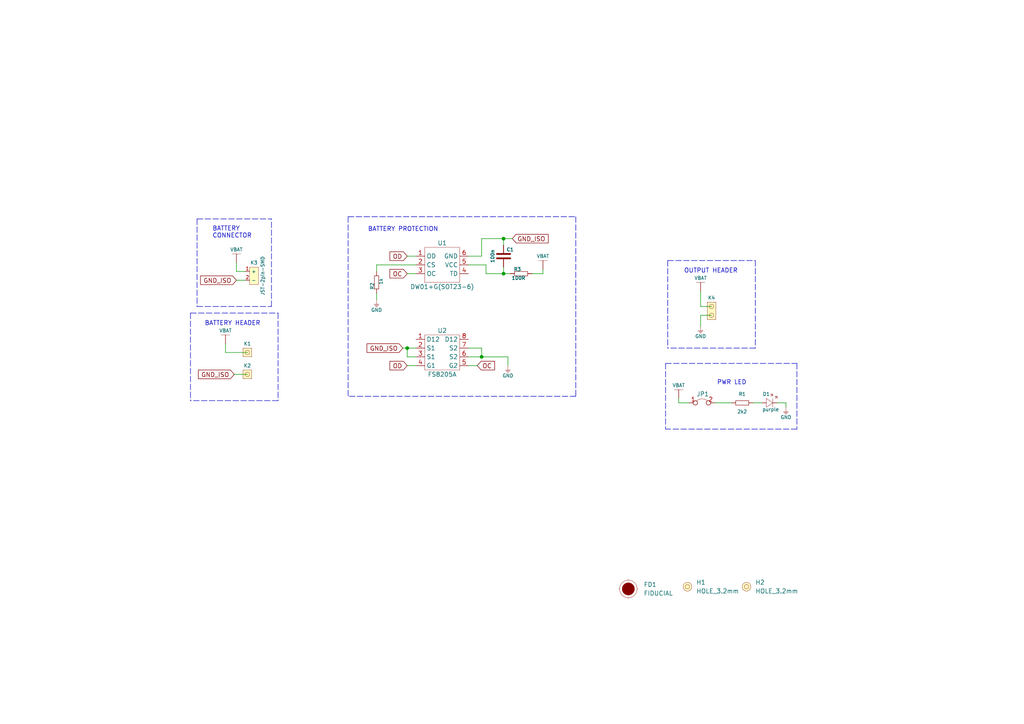
<source format=kicad_sch>
(kicad_sch (version 20211123) (generator eeschema)

  (uuid bf30e633-4510-47d8-b7fd-9a5b3b6dff2f)

  (paper "A4")

  (title_block
    (title "1S Li-Ion battery protection")
    (date "2022-07-26")
    (rev "V1.0.0.")
    (company "SOLDERED")
    (comment 1 "333049")
  )

  (lib_symbols
    (symbol "e-radionica.com schematics:0402LED" (pin_numbers hide) (pin_names (offset 0.254) hide) (in_bom yes) (on_board yes)
      (property "Reference" "D" (id 0) (at -0.635 2.54 0)
        (effects (font (size 1 1)))
      )
      (property "Value" "0402LED" (id 1) (at 0 -2.54 0)
        (effects (font (size 1 1)))
      )
      (property "Footprint" "e-radionica.com footprinti:0402LED" (id 2) (at 0 5.08 0)
        (effects (font (size 1 1)) hide)
      )
      (property "Datasheet" "" (id 3) (at 0 0 0)
        (effects (font (size 1 1)) hide)
      )
      (symbol "0402LED_0_1"
        (polyline
          (pts
            (xy -0.635 1.27)
            (xy 1.27 0)
          )
          (stroke (width 0.0006) (type default) (color 0 0 0 0))
          (fill (type none))
        )
        (polyline
          (pts
            (xy 0.635 1.905)
            (xy 1.27 2.54)
          )
          (stroke (width 0.0006) (type default) (color 0 0 0 0))
          (fill (type none))
        )
        (polyline
          (pts
            (xy 1.27 1.27)
            (xy 1.27 -1.27)
          )
          (stroke (width 0.0006) (type default) (color 0 0 0 0))
          (fill (type none))
        )
        (polyline
          (pts
            (xy 1.905 1.27)
            (xy 2.54 1.905)
          )
          (stroke (width 0.0006) (type default) (color 0 0 0 0))
          (fill (type none))
        )
        (polyline
          (pts
            (xy -0.635 1.27)
            (xy -0.635 -1.27)
            (xy 1.27 0)
          )
          (stroke (width 0.0006) (type default) (color 0 0 0 0))
          (fill (type none))
        )
        (polyline
          (pts
            (xy 1.27 2.54)
            (xy 0.635 2.54)
            (xy 1.27 1.905)
            (xy 1.27 2.54)
          )
          (stroke (width 0.0006) (type default) (color 0 0 0 0))
          (fill (type none))
        )
        (polyline
          (pts
            (xy 2.54 1.905)
            (xy 1.905 1.905)
            (xy 2.54 1.27)
            (xy 2.54 1.905)
          )
          (stroke (width 0.0006) (type default) (color 0 0 0 0))
          (fill (type none))
        )
      )
      (symbol "0402LED_1_1"
        (pin passive line (at -1.905 0 0) (length 1.27)
          (name "A" (effects (font (size 1.27 1.27))))
          (number "1" (effects (font (size 1.27 1.27))))
        )
        (pin passive line (at 2.54 0 180) (length 1.27)
          (name "K" (effects (font (size 1.27 1.27))))
          (number "2" (effects (font (size 1.27 1.27))))
        )
      )
    )
    (symbol "e-radionica.com schematics:0402R" (pin_numbers hide) (pin_names (offset 0.254)) (in_bom yes) (on_board yes)
      (property "Reference" "R" (id 0) (at -1.905 1.27 0)
        (effects (font (size 1 1)))
      )
      (property "Value" "0402R" (id 1) (at 0 -1.27 0)
        (effects (font (size 1 1)))
      )
      (property "Footprint" "e-radionica.com footprinti:0402R" (id 2) (at -2.54 1.905 0)
        (effects (font (size 1 1)) hide)
      )
      (property "Datasheet" "" (id 3) (at -2.54 1.905 0)
        (effects (font (size 1 1)) hide)
      )
      (symbol "0402R_0_1"
        (rectangle (start -1.905 -0.635) (end 1.905 -0.6604)
          (stroke (width 0.1) (type default) (color 0 0 0 0))
          (fill (type none))
        )
        (rectangle (start -1.905 0.635) (end -1.8796 -0.635)
          (stroke (width 0.1) (type default) (color 0 0 0 0))
          (fill (type none))
        )
        (rectangle (start -1.905 0.635) (end 1.905 0.6096)
          (stroke (width 0.1) (type default) (color 0 0 0 0))
          (fill (type none))
        )
        (rectangle (start 1.905 0.635) (end 1.9304 -0.635)
          (stroke (width 0.1) (type default) (color 0 0 0 0))
          (fill (type none))
        )
      )
      (symbol "0402R_1_1"
        (pin passive line (at -3.175 0 0) (length 1.27)
          (name "~" (effects (font (size 1.27 1.27))))
          (number "1" (effects (font (size 1.27 1.27))))
        )
        (pin passive line (at 3.175 0 180) (length 1.27)
          (name "~" (effects (font (size 1.27 1.27))))
          (number "2" (effects (font (size 1.27 1.27))))
        )
      )
    )
    (symbol "e-radionica.com schematics:0603C" (pin_numbers hide) (pin_names (offset 0.002)) (in_bom yes) (on_board yes)
      (property "Reference" "C" (id 0) (at -0.635 3.175 0)
        (effects (font (size 1 1)))
      )
      (property "Value" "0603C" (id 1) (at 0 -3.175 0)
        (effects (font (size 1 1)))
      )
      (property "Footprint" "e-radionica.com footprinti:0603C" (id 2) (at 0 0 0)
        (effects (font (size 1 1)) hide)
      )
      (property "Datasheet" "" (id 3) (at 0 0 0)
        (effects (font (size 1 1)) hide)
      )
      (symbol "0603C_0_1"
        (polyline
          (pts
            (xy -0.635 1.905)
            (xy -0.635 -1.905)
          )
          (stroke (width 0.5) (type default) (color 0 0 0 0))
          (fill (type none))
        )
        (polyline
          (pts
            (xy 0.635 1.905)
            (xy 0.635 -1.905)
          )
          (stroke (width 0.5) (type default) (color 0 0 0 0))
          (fill (type none))
        )
      )
      (symbol "0603C_1_1"
        (pin passive line (at -3.175 0 0) (length 2.54)
          (name "~" (effects (font (size 1.27 1.27))))
          (number "1" (effects (font (size 1.27 1.27))))
        )
        (pin passive line (at 3.175 0 180) (length 2.54)
          (name "~" (effects (font (size 1.27 1.27))))
          (number "2" (effects (font (size 1.27 1.27))))
        )
      )
    )
    (symbol "e-radionica.com schematics:0603R" (pin_numbers hide) (pin_names (offset 0.254)) (in_bom yes) (on_board yes)
      (property "Reference" "R" (id 0) (at -1.905 1.905 0)
        (effects (font (size 1 1)))
      )
      (property "Value" "0603R" (id 1) (at 0 -1.905 0)
        (effects (font (size 1 1)))
      )
      (property "Footprint" "e-radionica.com footprinti:0603R" (id 2) (at -0.635 1.905 0)
        (effects (font (size 1 1)) hide)
      )
      (property "Datasheet" "" (id 3) (at -0.635 1.905 0)
        (effects (font (size 1 1)) hide)
      )
      (symbol "0603R_0_1"
        (rectangle (start -1.905 -0.635) (end 1.905 -0.6604)
          (stroke (width 0.1) (type default) (color 0 0 0 0))
          (fill (type none))
        )
        (rectangle (start -1.905 0.635) (end -1.8796 -0.635)
          (stroke (width 0.1) (type default) (color 0 0 0 0))
          (fill (type none))
        )
        (rectangle (start -1.905 0.635) (end 1.905 0.6096)
          (stroke (width 0.1) (type default) (color 0 0 0 0))
          (fill (type none))
        )
        (rectangle (start 1.905 0.635) (end 1.9304 -0.635)
          (stroke (width 0.1) (type default) (color 0 0 0 0))
          (fill (type none))
        )
      )
      (symbol "0603R_1_1"
        (pin passive line (at -3.175 0 0) (length 1.27)
          (name "~" (effects (font (size 1.27 1.27))))
          (number "1" (effects (font (size 1.27 1.27))))
        )
        (pin passive line (at 3.175 0 180) (length 1.27)
          (name "~" (effects (font (size 1.27 1.27))))
          (number "2" (effects (font (size 1.27 1.27))))
        )
      )
    )
    (symbol "e-radionica.com schematics:DW01-P(SOT23-6)" (in_bom yes) (on_board yes)
      (property "Reference" "U" (id 0) (at 0 8.89 0)
        (effects (font (size 1.27 1.27)))
      )
      (property "Value" "DW01-P(SOT23-6)" (id 1) (at 0 -7.62 0)
        (effects (font (size 1.27 1.27)))
      )
      (property "Footprint" "e-radionica.com footprinti:Sot23-6" (id 2) (at -1.27 12.7 0)
        (effects (font (size 1.27 1.27)) hide)
      )
      (property "Datasheet" "" (id 3) (at -8.89 0 0)
        (effects (font (size 1.27 1.27)) hide)
      )
      (symbol "DW01-P(SOT23-6)_0_1"
        (rectangle (start -5.08 5.08) (end 5.08 -5.08)
          (stroke (width 0.0006) (type default) (color 0 0 0 0))
          (fill (type none))
        )
      )
      (symbol "DW01-P(SOT23-6)_1_1"
        (pin passive line (at -7.62 2.54 0) (length 2.54)
          (name "OD" (effects (font (size 1.27 1.27))))
          (number "1" (effects (font (size 1.27 1.27))))
        )
        (pin passive line (at -7.62 0 0) (length 2.54)
          (name "CS" (effects (font (size 1.27 1.27))))
          (number "2" (effects (font (size 1.27 1.27))))
        )
        (pin passive line (at -7.62 -2.54 0) (length 2.54)
          (name "OC" (effects (font (size 1.27 1.27))))
          (number "3" (effects (font (size 1.27 1.27))))
        )
        (pin passive line (at 7.62 -2.54 180) (length 2.54)
          (name "TD" (effects (font (size 1.27 1.27))))
          (number "4" (effects (font (size 1.27 1.27))))
        )
        (pin passive line (at 7.62 0 180) (length 2.54)
          (name "VCC" (effects (font (size 1.27 1.27))))
          (number "5" (effects (font (size 1.27 1.27))))
        )
        (pin passive line (at 7.62 2.54 180) (length 2.54)
          (name "GND" (effects (font (size 1.27 1.27))))
          (number "6" (effects (font (size 1.27 1.27))))
        )
      )
    )
    (symbol "e-radionica.com schematics:FIDUCIAL" (in_bom no) (on_board yes)
      (property "Reference" "FD" (id 0) (at 0 3.81 0)
        (effects (font (size 1.27 1.27)))
      )
      (property "Value" "FIDUCIAL" (id 1) (at 0 -3.81 0)
        (effects (font (size 1.27 1.27)))
      )
      (property "Footprint" "e-radionica.com footprinti:FIDUCIAL_23" (id 2) (at 0.254 -5.334 0)
        (effects (font (size 1.27 1.27)) hide)
      )
      (property "Datasheet" "" (id 3) (at 0 0 0)
        (effects (font (size 1.27 1.27)) hide)
      )
      (symbol "FIDUCIAL_0_1"
        (polyline
          (pts
            (xy -2.54 0)
            (xy -2.794 0)
          )
          (stroke (width 0.0006) (type default) (color 0 0 0 0))
          (fill (type none))
        )
        (polyline
          (pts
            (xy 0 -2.54)
            (xy 0 -2.794)
          )
          (stroke (width 0.0006) (type default) (color 0 0 0 0))
          (fill (type none))
        )
        (polyline
          (pts
            (xy 0 2.54)
            (xy 0 2.794)
          )
          (stroke (width 0.0006) (type default) (color 0 0 0 0))
          (fill (type none))
        )
        (polyline
          (pts
            (xy 2.54 0)
            (xy 2.794 0)
          )
          (stroke (width 0.0006) (type default) (color 0 0 0 0))
          (fill (type none))
        )
        (circle (center 0 0) (radius 1.7961)
          (stroke (width 0.001) (type default) (color 0 0 0 0))
          (fill (type outline))
        )
        (circle (center 0 0) (radius 2.54)
          (stroke (width 0.0006) (type default) (color 0 0 0 0))
          (fill (type none))
        )
      )
    )
    (symbol "e-radionica.com schematics:FS8205A" (in_bom yes) (on_board yes)
      (property "Reference" "U" (id 0) (at 0 7.62 0)
        (effects (font (size 1.27 1.27)))
      )
      (property "Value" "FS8205A" (id 1) (at 0 -6.35 0)
        (effects (font (size 1.27 1.27)))
      )
      (property "Footprint" "e-radionica.com footprinti:TSSOP8" (id 2) (at -5.08 0 0)
        (effects (font (size 1.27 1.27)) hide)
      )
      (property "Datasheet" "" (id 3) (at -5.08 0 0)
        (effects (font (size 1.27 1.27)) hide)
      )
      (symbol "FS8205A_0_1"
        (rectangle (start -5.08 5.08) (end 5.08 -5.08)
          (stroke (width 0.0006) (type default) (color 0 0 0 0))
          (fill (type none))
        )
      )
      (symbol "FS8205A_1_1"
        (pin passive line (at -7.62 3.81 0) (length 2.54)
          (name "D12" (effects (font (size 1.27 1.27))))
          (number "1" (effects (font (size 1.27 1.27))))
        )
        (pin passive line (at -7.62 1.27 0) (length 2.54)
          (name "S1" (effects (font (size 1.27 1.27))))
          (number "2" (effects (font (size 1.27 1.27))))
        )
        (pin passive line (at -7.62 -1.27 0) (length 2.54)
          (name "S1" (effects (font (size 1.27 1.27))))
          (number "3" (effects (font (size 1.27 1.27))))
        )
        (pin passive line (at -7.62 -3.81 0) (length 2.54)
          (name "G1" (effects (font (size 1.27 1.27))))
          (number "4" (effects (font (size 1.27 1.27))))
        )
        (pin passive line (at 7.62 -3.81 180) (length 2.54)
          (name "G2" (effects (font (size 1.27 1.27))))
          (number "5" (effects (font (size 1.27 1.27))))
        )
        (pin passive line (at 7.62 -1.27 180) (length 2.54)
          (name "S2" (effects (font (size 1.27 1.27))))
          (number "6" (effects (font (size 1.27 1.27))))
        )
        (pin passive line (at 7.62 1.27 180) (length 2.54)
          (name "S2" (effects (font (size 1.27 1.27))))
          (number "7" (effects (font (size 1.27 1.27))))
        )
        (pin passive line (at 7.62 3.81 180) (length 2.54)
          (name "D12" (effects (font (size 1.27 1.27))))
          (number "8" (effects (font (size 1.27 1.27))))
        )
      )
    )
    (symbol "e-radionica.com schematics:GND_1" (power) (pin_names (offset 0)) (in_bom yes) (on_board yes)
      (property "Reference" "#PWR" (id 0) (at 4.445 0 0)
        (effects (font (size 1 1)) hide)
      )
      (property "Value" "GND" (id 1) (at 0 -2.921 0)
        (effects (font (size 1 1)))
      )
      (property "Footprint" "" (id 2) (at 4.445 3.81 0)
        (effects (font (size 1 1)) hide)
      )
      (property "Datasheet" "" (id 3) (at 4.445 3.81 0)
        (effects (font (size 1 1)) hide)
      )
      (property "ki_keywords" "power-flag" (id 4) (at 0 0 0)
        (effects (font (size 1.27 1.27)) hide)
      )
      (property "ki_description" "Power symbol creates a global label with name \"+3V3\"" (id 5) (at 0 0 0)
        (effects (font (size 1.27 1.27)) hide)
      )
      (symbol "GND_1_0_1"
        (polyline
          (pts
            (xy -0.762 -1.27)
            (xy 0.762 -1.27)
          )
          (stroke (width 0.0006) (type default) (color 0 0 0 0))
          (fill (type none))
        )
        (polyline
          (pts
            (xy -0.635 -1.524)
            (xy 0.635 -1.524)
          )
          (stroke (width 0.0006) (type default) (color 0 0 0 0))
          (fill (type none))
        )
        (polyline
          (pts
            (xy -0.381 -1.778)
            (xy 0.381 -1.778)
          )
          (stroke (width 0.0006) (type default) (color 0 0 0 0))
          (fill (type none))
        )
        (polyline
          (pts
            (xy -0.127 -2.032)
            (xy 0.127 -2.032)
          )
          (stroke (width 0.0006) (type default) (color 0 0 0 0))
          (fill (type none))
        )
        (polyline
          (pts
            (xy 0 0)
            (xy 0 -1.27)
          )
          (stroke (width 0.0006) (type default) (color 0 0 0 0))
          (fill (type none))
        )
      )
      (symbol "GND_1_1_1"
        (pin power_in line (at 0 0 270) (length 0) hide
          (name "GND" (effects (font (size 1.27 1.27))))
          (number "1" (effects (font (size 1.27 1.27))))
        )
      )
    )
    (symbol "e-radionica.com schematics:GND_3" (power) (pin_names (offset 0)) (in_bom yes) (on_board yes)
      (property "Reference" "#PWR" (id 0) (at 4.445 0 0)
        (effects (font (size 1 1)) hide)
      )
      (property "Value" "GND" (id 1) (at 0 -2.921 0)
        (effects (font (size 1 1)))
      )
      (property "Footprint" "" (id 2) (at 4.445 3.81 0)
        (effects (font (size 1 1)) hide)
      )
      (property "Datasheet" "" (id 3) (at 4.445 3.81 0)
        (effects (font (size 1 1)) hide)
      )
      (property "ki_keywords" "power-flag" (id 4) (at 0 0 0)
        (effects (font (size 1.27 1.27)) hide)
      )
      (property "ki_description" "Power symbol creates a global label with name \"+3V3\"" (id 5) (at 0 0 0)
        (effects (font (size 1.27 1.27)) hide)
      )
      (symbol "GND_3_0_1"
        (polyline
          (pts
            (xy -0.762 -1.27)
            (xy 0.762 -1.27)
          )
          (stroke (width 0.0006) (type default) (color 0 0 0 0))
          (fill (type none))
        )
        (polyline
          (pts
            (xy -0.635 -1.524)
            (xy 0.635 -1.524)
          )
          (stroke (width 0.0006) (type default) (color 0 0 0 0))
          (fill (type none))
        )
        (polyline
          (pts
            (xy -0.381 -1.778)
            (xy 0.381 -1.778)
          )
          (stroke (width 0.0006) (type default) (color 0 0 0 0))
          (fill (type none))
        )
        (polyline
          (pts
            (xy -0.127 -2.032)
            (xy 0.127 -2.032)
          )
          (stroke (width 0.0006) (type default) (color 0 0 0 0))
          (fill (type none))
        )
        (polyline
          (pts
            (xy 0 0)
            (xy 0 -1.27)
          )
          (stroke (width 0.0006) (type default) (color 0 0 0 0))
          (fill (type none))
        )
      )
      (symbol "GND_3_1_1"
        (pin power_in line (at 0 0 270) (length 0) hide
          (name "GND" (effects (font (size 1.27 1.27))))
          (number "1" (effects (font (size 1.27 1.27))))
        )
      )
    )
    (symbol "e-radionica.com schematics:GND_8" (power) (pin_names (offset 0)) (in_bom yes) (on_board yes)
      (property "Reference" "#PWR" (id 0) (at 4.445 0 0)
        (effects (font (size 1 1)) hide)
      )
      (property "Value" "GND" (id 1) (at 0 -2.921 0)
        (effects (font (size 1 1)))
      )
      (property "Footprint" "" (id 2) (at 4.445 3.81 0)
        (effects (font (size 1 1)) hide)
      )
      (property "Datasheet" "" (id 3) (at 4.445 3.81 0)
        (effects (font (size 1 1)) hide)
      )
      (property "ki_keywords" "power-flag" (id 4) (at 0 0 0)
        (effects (font (size 1.27 1.27)) hide)
      )
      (property "ki_description" "Power symbol creates a global label with name \"+3V3\"" (id 5) (at 0 0 0)
        (effects (font (size 1.27 1.27)) hide)
      )
      (symbol "GND_8_0_1"
        (polyline
          (pts
            (xy -0.762 -1.27)
            (xy 0.762 -1.27)
          )
          (stroke (width 0.0006) (type default) (color 0 0 0 0))
          (fill (type none))
        )
        (polyline
          (pts
            (xy -0.635 -1.524)
            (xy 0.635 -1.524)
          )
          (stroke (width 0.0006) (type default) (color 0 0 0 0))
          (fill (type none))
        )
        (polyline
          (pts
            (xy -0.381 -1.778)
            (xy 0.381 -1.778)
          )
          (stroke (width 0.0006) (type default) (color 0 0 0 0))
          (fill (type none))
        )
        (polyline
          (pts
            (xy -0.127 -2.032)
            (xy 0.127 -2.032)
          )
          (stroke (width 0.0006) (type default) (color 0 0 0 0))
          (fill (type none))
        )
        (polyline
          (pts
            (xy 0 0)
            (xy 0 -1.27)
          )
          (stroke (width 0.0006) (type default) (color 0 0 0 0))
          (fill (type none))
        )
      )
      (symbol "GND_8_1_1"
        (pin power_in line (at 0 0 270) (length 0) hide
          (name "GND" (effects (font (size 1.27 1.27))))
          (number "1" (effects (font (size 1.27 1.27))))
        )
      )
    )
    (symbol "e-radionica.com schematics:HEADER_MALE_1X1" (pin_numbers hide) (pin_names hide) (in_bom yes) (on_board yes)
      (property "Reference" "K" (id 0) (at -0.635 2.54 0)
        (effects (font (size 1 1)))
      )
      (property "Value" "HEADER_MALE_1X1" (id 1) (at 0 -2.54 0)
        (effects (font (size 1 1)))
      )
      (property "Footprint" "e-radionica.com footprinti:HEADER_MALE_1X1" (id 2) (at 0 0 0)
        (effects (font (size 1 1)) hide)
      )
      (property "Datasheet" "" (id 3) (at 0 0 0)
        (effects (font (size 1 1)) hide)
      )
      (symbol "HEADER_MALE_1X1_0_1"
        (rectangle (start -1.27 1.27) (end 1.27 -1.27)
          (stroke (width 0.001) (type default) (color 0 0 0 0))
          (fill (type background))
        )
        (circle (center 0 0) (radius 0.635)
          (stroke (width 0.0006) (type default) (color 0 0 0 0))
          (fill (type none))
        )
      )
      (symbol "HEADER_MALE_1X1_1_1"
        (pin passive line (at 0 0 180) (length 0)
          (name "~" (effects (font (size 1 1))))
          (number "1" (effects (font (size 1 1))))
        )
      )
    )
    (symbol "e-radionica.com schematics:HEADER_MALE_2X1" (pin_numbers hide) (pin_names hide) (in_bom yes) (on_board yes)
      (property "Reference" "K" (id 0) (at -1.27 5.08 0)
        (effects (font (size 1 1)))
      )
      (property "Value" "HEADER_MALE_2X1" (id 1) (at 0 -2.54 0)
        (effects (font (size 1 1)))
      )
      (property "Footprint" "e-radionica.com footprinti:HEADER_MALE_2X1" (id 2) (at 0 0 0)
        (effects (font (size 1 1)) hide)
      )
      (property "Datasheet" "" (id 3) (at 0 0 0)
        (effects (font (size 1 1)) hide)
      )
      (symbol "HEADER_MALE_2X1_0_1"
        (circle (center 0 0) (radius 0.635)
          (stroke (width 0.0006) (type default) (color 0 0 0 0))
          (fill (type none))
        )
        (circle (center 0 2.54) (radius 0.635)
          (stroke (width 0.0006) (type default) (color 0 0 0 0))
          (fill (type none))
        )
        (rectangle (start 1.27 -1.27) (end -1.27 3.81)
          (stroke (width 0.001) (type default) (color 0 0 0 0))
          (fill (type background))
        )
      )
      (symbol "HEADER_MALE_2X1_1_1"
        (pin passive line (at 0 0 180) (length 0)
          (name "~" (effects (font (size 1 1))))
          (number "1" (effects (font (size 1 1))))
        )
        (pin passive line (at 0 2.54 180) (length 0)
          (name "~" (effects (font (size 1 1))))
          (number "2" (effects (font (size 1 1))))
        )
      )
    )
    (symbol "e-radionica.com schematics:HOLE_3.2mm" (pin_numbers hide) (pin_names hide) (in_bom yes) (on_board yes)
      (property "Reference" "H" (id 0) (at 0 2.54 0)
        (effects (font (size 1.27 1.27)))
      )
      (property "Value" "HOLE_3.2mm" (id 1) (at 0 -2.54 0)
        (effects (font (size 1.27 1.27)))
      )
      (property "Footprint" "e-radionica.com footprinti:HOLE_3.2mm" (id 2) (at 0 0 0)
        (effects (font (size 1.27 1.27)) hide)
      )
      (property "Datasheet" "" (id 3) (at 0 0 0)
        (effects (font (size 1.27 1.27)) hide)
      )
      (symbol "HOLE_3.2mm_0_1"
        (circle (center 0 0) (radius 0.635)
          (stroke (width 0.0006) (type default) (color 0 0 0 0))
          (fill (type none))
        )
        (circle (center 0 0) (radius 1.27)
          (stroke (width 0.001) (type default) (color 0 0 0 0))
          (fill (type background))
        )
      )
    )
    (symbol "e-radionica.com schematics:JST-2pin-SMD" (in_bom yes) (on_board yes)
      (property "Reference" "K" (id 0) (at -1.27 5.08 0)
        (effects (font (size 1 1)))
      )
      (property "Value" "JST-2pin-SMD" (id 1) (at 0 -2.54 0)
        (effects (font (size 1 1)))
      )
      (property "Footprint" "e-radionica.com footprinti:JST-2pin-SMD" (id 2) (at 0 0 0)
        (effects (font (size 1 1)) hide)
      )
      (property "Datasheet" "" (id 3) (at 0 0 0)
        (effects (font (size 1 1)) hide)
      )
      (symbol "JST-2pin-SMD_0_1"
        (rectangle (start -2.54 3.81) (end 0 -1.27)
          (stroke (width 0.001) (type default) (color 0 0 0 0))
          (fill (type background))
        )
      )
      (symbol "JST-2pin-SMD_1_1"
        (pin passive line (at 1.27 0 180) (length 1.27)
          (name "+" (effects (font (size 1 1))))
          (number "1" (effects (font (size 1 1))))
        )
        (pin passive line (at 1.27 2.54 180) (length 1.27)
          (name "-" (effects (font (size 1 1))))
          (number "2" (effects (font (size 1 1))))
        )
      )
    )
    (symbol "e-radionica.com schematics:SMD-JUMPER-CONNECTED_TRACE_SLODERMASK" (in_bom yes) (on_board yes)
      (property "Reference" "JP" (id 0) (at 0 3.556 0)
        (effects (font (size 1.27 1.27)))
      )
      (property "Value" "SMD-JUMPER-CONNECTED_TRACE_SLODERMASK" (id 1) (at 0 -2.54 0)
        (effects (font (size 1.27 1.27)))
      )
      (property "Footprint" "e-radionica.com footprinti:SMD-JUMPER-CONNECTED_TRACE_SLODERMASK" (id 2) (at 0 -5.715 0)
        (effects (font (size 1.27 1.27)) hide)
      )
      (property "Datasheet" "" (id 3) (at 0 0 0)
        (effects (font (size 1.27 1.27)) hide)
      )
      (symbol "SMD-JUMPER-CONNECTED_TRACE_SLODERMASK_0_1"
        (arc (start 1.397 0.5842) (mid -0.2077 1.1365) (end -1.8034 0.5588)
          (stroke (width 0.0006) (type default) (color 0 0 0 0))
          (fill (type none))
        )
      )
      (symbol "SMD-JUMPER-CONNECTED_TRACE_SLODERMASK_1_1"
        (pin passive inverted (at -4.064 0 0) (length 2.54)
          (name "" (effects (font (size 1.27 1.27))))
          (number "1" (effects (font (size 1.27 1.27))))
        )
        (pin passive inverted (at 3.556 0 180) (length 2.54)
          (name "" (effects (font (size 1.27 1.27))))
          (number "2" (effects (font (size 1.27 1.27))))
        )
      )
    )
    (symbol "e-radionica.com schematics:VBAT" (power) (pin_names (offset 0)) (in_bom yes) (on_board yes)
      (property "Reference" "#PWR" (id 0) (at 4.445 0 0)
        (effects (font (size 1 1)) hide)
      )
      (property "Value" "VBAT" (id 1) (at 0 3.556 0)
        (effects (font (size 1 1)))
      )
      (property "Footprint" "" (id 2) (at 4.445 3.81 0)
        (effects (font (size 1 1)) hide)
      )
      (property "Datasheet" "" (id 3) (at 4.445 3.81 0)
        (effects (font (size 1 1)) hide)
      )
      (property "ki_keywords" "power-flag" (id 4) (at 0 0 0)
        (effects (font (size 1.27 1.27)) hide)
      )
      (property "ki_description" "Power symbol creates a global label with name \"+3V3\"" (id 5) (at 0 0 0)
        (effects (font (size 1.27 1.27)) hide)
      )
      (symbol "VBAT_0_1"
        (polyline
          (pts
            (xy -1.27 2.54)
            (xy 1.27 2.54)
          )
          (stroke (width 0.0006) (type default) (color 0 0 0 0))
          (fill (type none))
        )
        (polyline
          (pts
            (xy 0 0)
            (xy 0 2.54)
          )
          (stroke (width 0) (type default) (color 0 0 0 0))
          (fill (type none))
        )
      )
      (symbol "VBAT_1_1"
        (pin power_in line (at 0 0 90) (length 0) hide
          (name "VBAT" (effects (font (size 1.27 1.27))))
          (number "1" (effects (font (size 1.27 1.27))))
        )
      )
    )
  )

  (junction (at 146.05 69.215) (diameter 0.9144) (color 0 0 0 0)
    (uuid 182b2d54-931d-49d6-9f39-60a752623e36)
  )
  (junction (at 146.05 79.375) (diameter 0.9144) (color 0 0 0 0)
    (uuid 5114c7bf-b955-49f3-a0a8-4b954c81bde0)
  )
  (junction (at 118.11 100.965) (diameter 0.9144) (color 0 0 0 0)
    (uuid a17904b9-135e-4dae-ae20-401c7787de72)
  )
  (junction (at 139.7 103.505) (diameter 0.9144) (color 0 0 0 0)
    (uuid f202141e-c20d-4cac-b016-06a44f2ecce8)
  )

  (wire (pts (xy 109.22 76.835) (xy 109.22 78.74))
    (stroke (width 0) (type solid) (color 0 0 0 0))
    (uuid 057b59d6-27f4-49c6-a0a3-acca6961f260)
  )
  (wire (pts (xy 147.32 103.505) (xy 147.32 106.045))
    (stroke (width 0) (type solid) (color 0 0 0 0))
    (uuid 0bfbd656-822b-405f-a9c1-30a1130e1757)
  )
  (wire (pts (xy 146.05 79.375) (xy 147.955 79.375))
    (stroke (width 0) (type solid) (color 0 0 0 0))
    (uuid 0f7909d7-3aec-4c59-b5f6-c914d032531e)
  )
  (polyline (pts (xy 57.15 63.5) (xy 78.74 63.5))
    (stroke (width 0) (type dash) (color 0 0 0 0))
    (uuid 10f78b1e-44c7-4965-9dc4-a4b973400d5e)
  )
  (polyline (pts (xy 80.645 116.205) (xy 55.245 116.205))
    (stroke (width 0) (type dash) (color 0 0 0 0))
    (uuid 11ad0e17-652d-4f09-8162-a2e9063add17)
  )
  (polyline (pts (xy 57.15 63.5) (xy 57.15 88.9))
    (stroke (width 0) (type dash) (color 0 0 0 0))
    (uuid 23c995de-bab5-409d-b9ce-b190d637b03d)
  )

  (wire (pts (xy 71.755 102.235) (xy 65.405 102.235))
    (stroke (width 0) (type solid) (color 0 0 0 0))
    (uuid 2415a787-a932-4bfe-85c0-be0c438e6103)
  )
  (polyline (pts (xy 219.075 100.965) (xy 193.675 100.965))
    (stroke (width 0) (type dash) (color 0 0 0 0))
    (uuid 253ca3a7-f388-4d6e-acc8-4ef72dc395f8)
  )

  (wire (pts (xy 203.2 91.44) (xy 203.2 94.615))
    (stroke (width 0) (type solid) (color 0 0 0 0))
    (uuid 30264219-b2f3-4101-a8c9-52bcddc65508)
  )
  (wire (pts (xy 206.375 91.44) (xy 203.2 91.44))
    (stroke (width 0) (type solid) (color 0 0 0 0))
    (uuid 32828545-333a-483b-8e7a-93810bfad085)
  )
  (wire (pts (xy 203.2 84.455) (xy 203.2 88.9))
    (stroke (width 0) (type solid) (color 0 0 0 0))
    (uuid 348311c2-9828-4605-b287-57866b81f307)
  )
  (wire (pts (xy 118.11 79.375) (xy 120.65 79.375))
    (stroke (width 0) (type solid) (color 0 0 0 0))
    (uuid 35bc5539-0197-4eee-8464-d9e1359ccccb)
  )
  (wire (pts (xy 135.89 106.045) (xy 138.43 106.045))
    (stroke (width 0) (type solid) (color 0 0 0 0))
    (uuid 37a55359-086f-427a-95de-f86660d6f150)
  )
  (wire (pts (xy 118.11 103.505) (xy 118.11 100.965))
    (stroke (width 0) (type solid) (color 0 0 0 0))
    (uuid 3a605cab-c9e3-48ba-94f1-f819a6f6e24a)
  )
  (wire (pts (xy 68.58 78.74) (xy 68.58 76.2))
    (stroke (width 0) (type solid) (color 0 0 0 0))
    (uuid 3a9d385f-51a4-4ecc-bafe-6de6a62c123e)
  )
  (polyline (pts (xy 55.245 90.805) (xy 80.645 90.805))
    (stroke (width 0) (type dash) (color 0 0 0 0))
    (uuid 3b6fe5e7-2dc0-42bf-8f7b-17b79e7fff47)
  )
  (polyline (pts (xy 193.675 75.565) (xy 193.675 100.965))
    (stroke (width 0) (type dash) (color 0 0 0 0))
    (uuid 485b59a5-9adb-46db-b60f-2a4bfe99940e)
  )

  (wire (pts (xy 227.965 116.84) (xy 227.965 118.11))
    (stroke (width 0) (type solid) (color 0 0 0 0))
    (uuid 4c23db63-c4cb-4587-9a17-46b7a0e7c3e2)
  )
  (wire (pts (xy 227.965 116.84) (xy 225.425 116.84))
    (stroke (width 0) (type solid) (color 0 0 0 0))
    (uuid 4d1dc8db-6156-400a-a1e0-9defaf76fb3e)
  )
  (wire (pts (xy 120.65 103.505) (xy 118.11 103.505))
    (stroke (width 0) (type solid) (color 0 0 0 0))
    (uuid 52052ed7-084c-40f4-8ac3-22cc207ce4ca)
  )
  (wire (pts (xy 118.11 74.295) (xy 120.65 74.295))
    (stroke (width 0) (type solid) (color 0 0 0 0))
    (uuid 58ae0d9d-7de7-4bf5-9c22-83675440e65d)
  )
  (wire (pts (xy 71.12 78.74) (xy 68.58 78.74))
    (stroke (width 0) (type solid) (color 0 0 0 0))
    (uuid 6043001a-6b06-4037-9910-d3e6ad4df099)
  )
  (wire (pts (xy 154.305 79.375) (xy 157.48 79.375))
    (stroke (width 0) (type solid) (color 0 0 0 0))
    (uuid 654ea0e6-ab3f-4aad-8b32-b81f89314be4)
  )
  (wire (pts (xy 196.85 116.84) (xy 196.85 115.57))
    (stroke (width 0) (type solid) (color 0 0 0 0))
    (uuid 6acdba68-9b26-4493-8fcc-a24cc1ffe003)
  )
  (polyline (pts (xy 78.74 88.9) (xy 78.74 63.5))
    (stroke (width 0) (type dash) (color 0 0 0 0))
    (uuid 715c9510-1ab1-4858-84ac-26c4ef11880c)
  )

  (wire (pts (xy 65.405 102.235) (xy 65.405 99.695))
    (stroke (width 0) (type solid) (color 0 0 0 0))
    (uuid 7267156e-fa95-4af0-97ae-981a37ae77be)
  )
  (wire (pts (xy 196.85 116.84) (xy 199.771 116.84))
    (stroke (width 0) (type solid) (color 0 0 0 0))
    (uuid 7887e6ca-d1a2-4fbe-8dc0-3d4bc0d54fe3)
  )
  (wire (pts (xy 139.7 100.965) (xy 139.7 103.505))
    (stroke (width 0) (type solid) (color 0 0 0 0))
    (uuid 7c6503ed-7832-4e49-a6dc-68024aab3c3d)
  )
  (wire (pts (xy 206.375 88.9) (xy 203.2 88.9))
    (stroke (width 0) (type solid) (color 0 0 0 0))
    (uuid 7d2f4220-ca71-4190-8ec5-5b568543bdf2)
  )
  (wire (pts (xy 157.48 79.375) (xy 157.48 78.105))
    (stroke (width 0) (type solid) (color 0 0 0 0))
    (uuid 862ddc86-2917-42a1-9364-a970da270486)
  )
  (wire (pts (xy 135.89 74.295) (xy 139.7 74.295))
    (stroke (width 0) (type solid) (color 0 0 0 0))
    (uuid 86c8dc20-2690-4814-a2fb-96a8282cf35f)
  )
  (wire (pts (xy 218.44 116.84) (xy 220.98 116.84))
    (stroke (width 0) (type solid) (color 0 0 0 0))
    (uuid 8c5c4d6c-7c49-4291-96d8-19dc60ee64bf)
  )
  (polyline (pts (xy 55.245 90.805) (xy 55.245 116.205))
    (stroke (width 0) (type dash) (color 0 0 0 0))
    (uuid 8c759b51-e2f7-4eb8-a9da-fa1ffafe9e4c)
  )

  (wire (pts (xy 146.05 69.215) (xy 146.05 71.12))
    (stroke (width 0) (type solid) (color 0 0 0 0))
    (uuid 9cb5e8e1-d5a7-4370-97bf-216cb622ff5b)
  )
  (wire (pts (xy 207.391 116.84) (xy 212.09 116.84))
    (stroke (width 0) (type solid) (color 0 0 0 0))
    (uuid 9ce7f709-3b98-4ea9-8355-8bb235959e45)
  )
  (wire (pts (xy 146.05 69.215) (xy 148.59 69.215))
    (stroke (width 0) (type solid) (color 0 0 0 0))
    (uuid a0b3d170-0e04-424b-b763-20abb40c61e2)
  )
  (polyline (pts (xy 80.645 90.805) (xy 80.645 116.205))
    (stroke (width 0) (type dash) (color 0 0 0 0))
    (uuid a64fda93-45c4-4256-9ea4-2abdb7c4a78c)
  )
  (polyline (pts (xy 193.675 75.565) (xy 219.075 75.565))
    (stroke (width 0) (type dash) (color 0 0 0 0))
    (uuid adad8d24-92bb-485e-84cd-d7691403a42b)
  )

  (wire (pts (xy 109.22 85.09) (xy 109.22 86.995))
    (stroke (width 0) (type solid) (color 0 0 0 0))
    (uuid afe73301-5d26-45d9-a28e-43ec20ec9755)
  )
  (wire (pts (xy 140.97 79.375) (xy 146.05 79.375))
    (stroke (width 0) (type solid) (color 0 0 0 0))
    (uuid b086b109-d34d-44b6-b1af-42fa188ef9d5)
  )
  (polyline (pts (xy 57.15 88.9) (xy 78.74 88.9))
    (stroke (width 0) (type dash) (color 0 0 0 0))
    (uuid b675c978-970f-4f10-aad3-553054be6bab)
  )

  (wire (pts (xy 67.945 108.585) (xy 71.755 108.585))
    (stroke (width 0) (type solid) (color 0 0 0 0))
    (uuid b8bc0b64-50ed-49fa-8e42-c8a040c74a94)
  )
  (polyline (pts (xy 193.04 105.41) (xy 231.14 105.41))
    (stroke (width 0) (type dash) (color 0 0 0 0))
    (uuid c15fb5f5-25f7-4097-aaca-945e4c14b91e)
  )

  (wire (pts (xy 120.65 76.835) (xy 109.22 76.835))
    (stroke (width 0) (type solid) (color 0 0 0 0))
    (uuid c38630b9-111f-4cfb-991d-4175c3efddc9)
  )
  (wire (pts (xy 139.7 103.505) (xy 147.32 103.505))
    (stroke (width 0) (type solid) (color 0 0 0 0))
    (uuid c5c25f73-5d12-4aec-b402-6fadda5b1bdb)
  )
  (polyline (pts (xy 231.14 105.41) (xy 231.14 124.46))
    (stroke (width 0) (type dash) (color 0 0 0 0))
    (uuid c647744c-00b8-4179-9009-76519e5152f0)
  )
  (polyline (pts (xy 231.14 124.46) (xy 193.04 124.46))
    (stroke (width 0) (type dash) (color 0 0 0 0))
    (uuid c8c03d59-6416-48c7-9db7-bbca9b56d959)
  )

  (wire (pts (xy 139.7 74.295) (xy 139.7 69.215))
    (stroke (width 0) (type solid) (color 0 0 0 0))
    (uuid cb27c95a-7b79-40fc-ad6e-c09079d48a80)
  )
  (wire (pts (xy 118.11 100.965) (xy 120.65 100.965))
    (stroke (width 0) (type solid) (color 0 0 0 0))
    (uuid cc71374e-2638-4f1d-a998-45d17dfc41a6)
  )
  (wire (pts (xy 118.11 100.965) (xy 116.84 100.965))
    (stroke (width 0) (type solid) (color 0 0 0 0))
    (uuid cf63fccd-1061-4dad-983e-55c147c37af2)
  )
  (wire (pts (xy 135.89 76.835) (xy 140.97 76.835))
    (stroke (width 0) (type solid) (color 0 0 0 0))
    (uuid cfc6c2f0-fb06-4df7-ab6a-e5f922fba9a2)
  )
  (polyline (pts (xy 193.04 105.41) (xy 193.04 124.46))
    (stroke (width 0) (type dash) (color 0 0 0 0))
    (uuid d04eed91-aa92-4760-a2db-2d749fd0e6a3)
  )

  (wire (pts (xy 140.97 76.835) (xy 140.97 79.375))
    (stroke (width 0) (type solid) (color 0 0 0 0))
    (uuid d9028173-0773-4478-bf6b-376167eaa5d1)
  )
  (wire (pts (xy 139.7 69.215) (xy 146.05 69.215))
    (stroke (width 0) (type solid) (color 0 0 0 0))
    (uuid dd9c1cd9-8ac6-4620-9d8f-b3f8f046e406)
  )
  (wire (pts (xy 135.89 103.505) (xy 139.7 103.505))
    (stroke (width 0) (type solid) (color 0 0 0 0))
    (uuid ed12d522-c3a6-4054-a8e2-654d49f444bf)
  )
  (polyline (pts (xy 219.075 75.565) (xy 219.075 100.965))
    (stroke (width 0) (type dash) (color 0 0 0 0))
    (uuid eed71024-ea7e-4e96-a7a3-36e15845d44e)
  )
  (polyline (pts (xy 100.965 62.865) (xy 100.965 114.935))
    (stroke (width 0) (type dash) (color 0 0 0 0))
    (uuid f02317b1-5e82-4617-b785-c9fb359a45a2)
  )
  (polyline (pts (xy 100.965 62.865) (xy 167.005 62.865))
    (stroke (width 0) (type dash) (color 0 0 0 0))
    (uuid f02317b1-5e82-4617-b785-c9fb359a45a3)
  )
  (polyline (pts (xy 167.005 62.865) (xy 167.005 114.935))
    (stroke (width 0) (type dash) (color 0 0 0 0))
    (uuid f02317b1-5e82-4617-b785-c9fb359a45a4)
  )
  (polyline (pts (xy 167.005 114.935) (xy 100.965 114.935))
    (stroke (width 0) (type dash) (color 0 0 0 0))
    (uuid f02317b1-5e82-4617-b785-c9fb359a45a5)
  )

  (wire (pts (xy 135.89 100.965) (xy 139.7 100.965))
    (stroke (width 0) (type solid) (color 0 0 0 0))
    (uuid f431aff7-f300-4ab2-ae44-4f9f84823777)
  )
  (wire (pts (xy 118.11 106.045) (xy 120.65 106.045))
    (stroke (width 0) (type solid) (color 0 0 0 0))
    (uuid f60733e6-0e93-4894-b5a9-59eadd238707)
  )
  (wire (pts (xy 146.05 77.47) (xy 146.05 79.375))
    (stroke (width 0) (type solid) (color 0 0 0 0))
    (uuid fa607f71-f081-4714-971b-4150709f91cd)
  )
  (wire (pts (xy 68.58 81.28) (xy 71.12 81.28))
    (stroke (width 0) (type solid) (color 0 0 0 0))
    (uuid fe15b2e5-c4a1-40f3-870e-8cb4ba393721)
  )

  (text "OUTPUT HEADER" (at 213.995 79.375 180)
    (effects (font (size 1.27 1.27)) (justify right bottom))
    (uuid 0cf591b3-e268-4d93-ad00-a81d514c23c4)
  )
  (text "PWR LED" (at 216.535 111.76 180)
    (effects (font (size 1.27 1.27)) (justify right bottom))
    (uuid 705691d8-e5e1-4def-8cba-7d4a127a0428)
  )
  (text "BATTERY PROTECTION" (at 106.68 67.31 0)
    (effects (font (size 1.27 1.27)) (justify left bottom))
    (uuid 7aee199e-8a43-4012-9c26-232f3ef253db)
  )
  (text "BATTERY\nCONNECTOR" (at 61.595 69.215 0)
    (effects (font (size 1.27 1.27)) (justify left bottom))
    (uuid 83288129-e0c4-4f22-ba4e-462009379949)
  )
  (text "BATTERY HEADER" (at 75.565 94.615 180)
    (effects (font (size 1.27 1.27)) (justify right bottom))
    (uuid 97d127e9-2be1-4d48-acb7-32ef7a891b29)
  )

  (global_label "OD" (shape input) (at 118.11 106.045 180)
    (effects (font (size 1.27 1.27)) (justify right))
    (uuid 4a691f05-fed6-47fe-9322-0b53eb1db59c)
    (property "Intersheet References" "${INTERSHEET_REFS}" (id 0) (at 111.5724 105.9656 0)
      (effects (font (size 1.27 1.27)) (justify right) hide)
    )
  )
  (global_label "OD" (shape input) (at 118.11 74.295 180)
    (effects (font (size 1.27 1.27)) (justify right))
    (uuid 57f5dae3-29d8-4057-a613-02fc31b98362)
    (property "Intersheet References" "${INTERSHEET_REFS}" (id 0) (at 111.5724 74.2156 0)
      (effects (font (size 1.27 1.27)) (justify right) hide)
    )
  )
  (global_label "GND_ISO" (shape input) (at 116.84 100.965 180)
    (effects (font (size 1.27 1.27)) (justify right))
    (uuid 7285961f-8e0a-42f9-9f02-ebf1b5fe6a94)
    (property "Intersheet References" "${INTERSHEET_REFS}" (id 0) (at 104.92 101.0444 0)
      (effects (font (size 1.27 1.27)) (justify right) hide)
    )
  )
  (global_label "GND_ISO" (shape input) (at 148.59 69.215 0)
    (effects (font (size 1.27 1.27)) (justify left))
    (uuid 83b9a3bf-9d36-485b-8c76-2eaf33169590)
    (property "Intersheet References" "${INTERSHEET_REFS}" (id 0) (at 160.51 69.1356 0)
      (effects (font (size 1.27 1.27)) (justify left) hide)
    )
  )
  (global_label "GND_ISO" (shape input) (at 67.945 108.585 180)
    (effects (font (size 1.27 1.27)) (justify right))
    (uuid 9361051d-4c19-4a7a-80a0-2754bff11200)
    (property "Intersheet References" "${INTERSHEET_REFS}" (id 0) (at 56.025 108.6644 0)
      (effects (font (size 1.27 1.27)) (justify right) hide)
    )
  )
  (global_label "OC" (shape input) (at 138.43 106.045 0)
    (effects (font (size 1.27 1.27)) (justify left))
    (uuid b58df3c0-81fb-431b-bcd0-161cd9cfcb5c)
    (property "Intersheet References" "${INTERSHEET_REFS}" (id 0) (at 144.9676 106.1244 0)
      (effects (font (size 1.27 1.27)) (justify left) hide)
    )
  )
  (global_label "OC" (shape input) (at 118.11 79.375 180)
    (effects (font (size 1.27 1.27)) (justify right))
    (uuid ca631fb4-ccba-4d76-8009-d7f7bc4c6335)
    (property "Intersheet References" "${INTERSHEET_REFS}" (id 0) (at 111.5724 79.2956 0)
      (effects (font (size 1.27 1.27)) (justify right) hide)
    )
  )
  (global_label "GND_ISO" (shape input) (at 68.58 81.28 180)
    (effects (font (size 1.27 1.27)) (justify right))
    (uuid eefba469-5344-410e-a69b-c7ac48060398)
    (property "Intersheet References" "${INTERSHEET_REFS}" (id 0) (at 56.66 81.3594 0)
      (effects (font (size 1.27 1.27)) (justify right) hide)
    )
  )

  (symbol (lib_id "e-radionica.com schematics:HEADER_MALE_1X1") (at 71.755 108.585 0) (unit 1)
    (in_bom yes) (on_board yes)
    (uuid 144fdfed-e7d3-4ed4-9b10-0f73baa67508)
    (property "Reference" "K2" (id 0) (at 71.755 106.045 0)
      (effects (font (size 1 1)))
    )
    (property "Value" "HEADER_MALE_1X1" (id 1) (at 71.755 111.125 0)
      (effects (font (size 1 1)) hide)
    )
    (property "Footprint" "e-radionica.com footprinti:HEADER_MALE_1X1" (id 2) (at 71.755 108.585 0)
      (effects (font (size 1 1)) hide)
    )
    (property "Datasheet" "" (id 3) (at 71.755 108.585 0)
      (effects (font (size 1 1)) hide)
    )
    (pin "1" (uuid 2fcd9f42-25c0-443d-8f32-3f24d13ed6db))
  )

  (symbol (lib_id "e-radionica.com schematics:SMD-JUMPER-CONNECTED_TRACE_SLODERMASK") (at 203.835 116.84 0) (unit 1)
    (in_bom yes) (on_board yes)
    (uuid 183412e1-85de-44bc-af33-08bb4de4c76d)
    (property "Reference" "JP1" (id 0) (at 203.835 114.3 0))
    (property "Value" "SMD-JUMPER-CONNECTED_TRACE_SLODERMASK" (id 1) (at 203.835 113.03 0)
      (effects (font (size 1.27 1.27)) hide)
    )
    (property "Footprint" "e-radionica.com footprinti:SMD-JUMPER-CONNECTED_TRACE_SLODERMASK" (id 2) (at 203.835 122.555 0)
      (effects (font (size 1.27 1.27)) hide)
    )
    (property "Datasheet" "" (id 3) (at 203.835 116.84 0)
      (effects (font (size 1.27 1.27)) hide)
    )
    (pin "1" (uuid fca19722-8c80-470c-abea-c791f2c1e436))
    (pin "2" (uuid bf76386c-99de-443c-9d6d-1e12894ee736))
  )

  (symbol (lib_id "e-radionica.com schematics:0603R") (at 109.22 81.915 90) (unit 1)
    (in_bom yes) (on_board yes)
    (uuid 24593837-d0f6-4102-942d-32d8afc8a9d5)
    (property "Reference" "R2" (id 0) (at 107.95 81.915 0)
      (effects (font (size 1 1)) (justify right))
    )
    (property "Value" "1k" (id 1) (at 110.49 80.645 0)
      (effects (font (size 1 1)) (justify right))
    )
    (property "Footprint" "e-radionica.com footprinti:0603R" (id 2) (at 107.315 82.55 0)
      (effects (font (size 1 1)) hide)
    )
    (property "Datasheet" "" (id 3) (at 107.315 82.55 0)
      (effects (font (size 1 1)) hide)
    )
    (pin "1" (uuid ac59bd48-3280-4fcb-92f1-99c304d4ef4b))
    (pin "2" (uuid 47150a4f-c36e-487e-b4a5-ab55615cb1e1))
  )

  (symbol (lib_id "e-radionica.com schematics:0603R") (at 151.13 79.375 0) (unit 1)
    (in_bom yes) (on_board yes)
    (uuid 253c8b7f-11f7-4ac7-89ee-f2236f5e71de)
    (property "Reference" "R3" (id 0) (at 151.13 78.105 0)
      (effects (font (size 1 1)) (justify right))
    )
    (property "Value" "100R" (id 1) (at 152.4 80.645 0)
      (effects (font (size 1 1)) (justify right))
    )
    (property "Footprint" "e-radionica.com footprinti:0603R" (id 2) (at 150.495 77.47 0)
      (effects (font (size 1 1)) hide)
    )
    (property "Datasheet" "" (id 3) (at 150.495 77.47 0)
      (effects (font (size 1 1)) hide)
    )
    (pin "1" (uuid 57384097-4bea-460d-8abd-e3918e778abf))
    (pin "2" (uuid ac509960-4fbc-4805-9c6b-f7b7dded0eb2))
  )

  (symbol (lib_id "e-radionica.com schematics:0402R") (at 215.265 116.84 0) (unit 1)
    (in_bom yes) (on_board yes)
    (uuid 26a949d8-6b46-4bf2-bf08-262c38a445ef)
    (property "Reference" "R1" (id 0) (at 215.265 114.3 0)
      (effects (font (size 1 1)))
    )
    (property "Value" "2k2" (id 1) (at 215.265 119.38 0)
      (effects (font (size 1 1)))
    )
    (property "Footprint" "e-radionica.com footprinti:0402R" (id 2) (at 212.725 114.935 0)
      (effects (font (size 1 1)) hide)
    )
    (property "Datasheet" "" (id 3) (at 212.725 114.935 0)
      (effects (font (size 1 1)) hide)
    )
    (pin "1" (uuid 821a73e6-558d-4a86-a1d7-3502f9d3a09c))
    (pin "2" (uuid 97badc74-235b-4c0f-837b-55aa5207b45e))
  )

  (symbol (lib_id "e-radionica.com schematics:HOLE_3.2mm") (at 199.39 170.18 0) (unit 1)
    (in_bom yes) (on_board yes) (fields_autoplaced)
    (uuid 2b0c58cb-b338-405a-9da9-bd9ebcc4fc74)
    (property "Reference" "H1" (id 0) (at 201.93 168.9099 0)
      (effects (font (size 1.27 1.27)) (justify left))
    )
    (property "Value" "HOLE_3.2mm" (id 1) (at 201.93 171.4499 0)
      (effects (font (size 1.27 1.27)) (justify left))
    )
    (property "Footprint" "e-radionica.com footprinti:HOLE_3.2mm" (id 2) (at 199.39 170.18 0)
      (effects (font (size 1.27 1.27)) hide)
    )
    (property "Datasheet" "" (id 3) (at 199.39 170.18 0)
      (effects (font (size 1.27 1.27)) hide)
    )
  )

  (symbol (lib_name "e-radionica.com schematics:GND_8") (lib_id "e-radionica.com schematics:GND") (at 109.22 86.995 0) (unit 1)
    (in_bom yes) (on_board yes)
    (uuid 2fdbaeaf-6670-4b70-a808-801dbacab2d8)
    (property "Reference" "#PWR05" (id 0) (at 113.665 86.995 0)
      (effects (font (size 1 1)) hide)
    )
    (property "Value" "GND" (id 1) (at 109.22 89.916 0)
      (effects (font (size 1 1)))
    )
    (property "Footprint" "" (id 2) (at 113.665 83.185 0)
      (effects (font (size 1 1)) hide)
    )
    (property "Datasheet" "" (id 3) (at 113.665 83.185 0)
      (effects (font (size 1 1)) hide)
    )
    (pin "1" (uuid 065a541a-1594-45bd-8dcf-4ae51a293382))
  )

  (symbol (lib_id "e-radionica.com schematics:VBAT") (at 65.405 99.695 0) (unit 1)
    (in_bom yes) (on_board yes)
    (uuid 7c5ecdfa-213e-4a4a-a205-c3fb3ef0a087)
    (property "Reference" "#PWR01" (id 0) (at 69.85 99.695 0)
      (effects (font (size 1 1)) hide)
    )
    (property "Value" "VBAT" (id 1) (at 65.405 95.885 0)
      (effects (font (size 1 1)))
    )
    (property "Footprint" "" (id 2) (at 69.85 95.885 0)
      (effects (font (size 1 1)) hide)
    )
    (property "Datasheet" "" (id 3) (at 69.85 95.885 0)
      (effects (font (size 1 1)) hide)
    )
    (pin "1" (uuid c47e39e4-ce41-4eb7-bfc8-cafe20546c34))
  )

  (symbol (lib_id "e-radionica.com schematics:FS8205A") (at 128.27 102.235 0) (unit 1)
    (in_bom yes) (on_board yes)
    (uuid 83ad9d6b-beef-460f-b9df-4fa780a39ee2)
    (property "Reference" "U2" (id 0) (at 128.27 95.885 0))
    (property "Value" "FS8205A" (id 1) (at 128.27 108.585 0))
    (property "Footprint" "e-radionica.com footprinti:TSSOP8" (id 2) (at 123.19 102.235 0)
      (effects (font (size 1.27 1.27)) hide)
    )
    (property "Datasheet" "" (id 3) (at 123.19 102.235 0)
      (effects (font (size 1.27 1.27)) hide)
    )
    (pin "1" (uuid f77088e2-eec9-4406-9d5c-8f4df11bef41))
    (pin "2" (uuid ad532ab0-e2fa-4777-86d5-e6a47b01914b))
    (pin "3" (uuid 61b2c48a-1eb2-46da-afdd-428fe4e3445e))
    (pin "4" (uuid b30f317d-b5c0-42c2-a8e9-d56d8e585c33))
    (pin "5" (uuid ae540a70-e095-4d1c-a771-d666b5a7102e))
    (pin "6" (uuid 00007b09-3ef6-4482-8cdf-f4a55ef58776))
    (pin "7" (uuid f66f9c8a-a479-4357-aee7-81db44a48ff7))
    (pin "8" (uuid 1a0350c4-740b-4ac4-babf-da9743d4a867))
  )

  (symbol (lib_id "e-radionica.com schematics:VBAT") (at 157.48 78.105 0) (unit 1)
    (in_bom yes) (on_board yes)
    (uuid 8515fa94-e1b3-44a8-ba1a-1982551b10c8)
    (property "Reference" "#PWR07" (id 0) (at 161.925 78.105 0)
      (effects (font (size 1 1)) hide)
    )
    (property "Value" "VBAT" (id 1) (at 157.48 74.295 0)
      (effects (font (size 1 1)))
    )
    (property "Footprint" "" (id 2) (at 161.925 74.295 0)
      (effects (font (size 1 1)) hide)
    )
    (property "Datasheet" "" (id 3) (at 161.925 74.295 0)
      (effects (font (size 1 1)) hide)
    )
    (pin "1" (uuid 9f0a95f4-8f24-4dd2-8c95-cc7505cdc794))
  )

  (symbol (lib_id "e-radionica.com schematics:0603C") (at 146.05 74.295 90) (unit 1)
    (in_bom yes) (on_board yes)
    (uuid 8e4fd2f7-2144-4614-a9a9-ac9dd93d8d84)
    (property "Reference" "C1" (id 0) (at 147.955 72.39 90)
      (effects (font (size 1 1)))
    )
    (property "Value" "100n" (id 1) (at 142.875 74.295 0)
      (effects (font (size 1 1)))
    )
    (property "Footprint" "e-radionica.com footprinti:0603C" (id 2) (at 146.05 74.295 0)
      (effects (font (size 1 1)) hide)
    )
    (property "Datasheet" "" (id 3) (at 146.05 74.295 0)
      (effects (font (size 1 1)) hide)
    )
    (pin "1" (uuid 2bddbacf-c644-4a62-bb11-e77ae0d04593))
    (pin "2" (uuid 305ba47a-f60f-4562-872a-12703e817937))
  )

  (symbol (lib_id "e-radionica.com schematics:DW01-P(SOT23-6)") (at 128.27 76.835 0) (unit 1)
    (in_bom yes) (on_board yes)
    (uuid 9199ebc9-7773-41f8-a90d-b854f0a03780)
    (property "Reference" "U1" (id 0) (at 128.27 70.485 0))
    (property "Value" "DW01+G(SOT23-6)" (id 1) (at 128.27 83.185 0))
    (property "Footprint" "e-radionica.com footprinti:Sot23-6" (id 2) (at 127 64.135 0)
      (effects (font (size 1.27 1.27)) hide)
    )
    (property "Datasheet" "" (id 3) (at 119.38 76.835 0)
      (effects (font (size 1.27 1.27)) hide)
    )
    (pin "1" (uuid 8aeb0fb5-27de-40dc-b03f-1b9f1da36099))
    (pin "2" (uuid 2f37a43a-c8aa-41ca-9c87-bc351f5b1295))
    (pin "3" (uuid 92180173-84da-4624-bf27-25571117d74e))
    (pin "4" (uuid db082e05-e200-4b76-83a1-5c3d69be460b))
    (pin "5" (uuid be4c8ce6-e3ae-4b4e-8eed-a1b89d74a10c))
    (pin "6" (uuid 5a2e6f19-fa53-4ad1-a02d-3400eb3f666c))
  )

  (symbol (lib_name "e-radionica.com schematics:GND_1") (lib_id "e-radionica.com schematics:GND") (at 203.2 94.615 0) (unit 1)
    (in_bom yes) (on_board yes)
    (uuid 9634e99c-bd88-418e-a4a5-f8837c83a3e4)
    (property "Reference" "#PWR09" (id 0) (at 207.645 94.615 0)
      (effects (font (size 1 1)) hide)
    )
    (property "Value" "GND" (id 1) (at 203.2 97.536 0)
      (effects (font (size 1 1)))
    )
    (property "Footprint" "" (id 2) (at 207.645 90.805 0)
      (effects (font (size 1 1)) hide)
    )
    (property "Datasheet" "" (id 3) (at 207.645 90.805 0)
      (effects (font (size 1 1)) hide)
    )
    (pin "1" (uuid de4aea20-f233-42f0-b322-18cbc75ba46c))
  )

  (symbol (lib_id "e-radionica.com schematics:JST-2pin-SMD") (at 72.39 78.74 180) (unit 1)
    (in_bom yes) (on_board yes)
    (uuid 991e5558-6193-4f37-a58d-44bda19fc75e)
    (property "Reference" "K3" (id 0) (at 73.66 76.2 0)
      (effects (font (size 1 1)))
    )
    (property "Value" "JST-2pin-SMD" (id 1) (at 76.2 80.01 90)
      (effects (font (size 1 1)))
    )
    (property "Footprint" "e-radionica.com footprinti:JST-2pin-SMD" (id 2) (at 72.39 78.74 0)
      (effects (font (size 1 1)) hide)
    )
    (property "Datasheet" "" (id 3) (at 72.39 78.74 0)
      (effects (font (size 1 1)) hide)
    )
    (pin "1" (uuid e2ccc214-33a3-4037-8512-011bb441e9d1))
    (pin "2" (uuid ab6bea62-28f9-413e-baf6-1f7ab5f9903f))
  )

  (symbol (lib_id "e-radionica.com schematics:FIDUCIAL") (at 182.245 170.815 0) (unit 1)
    (in_bom no) (on_board yes) (fields_autoplaced)
    (uuid 9cdb183b-b583-4965-b574-559b00d80ee1)
    (property "Reference" "FD1" (id 0) (at 186.69 169.5449 0)
      (effects (font (size 1.27 1.27)) (justify left))
    )
    (property "Value" "FIDUCIAL" (id 1) (at 186.69 172.0849 0)
      (effects (font (size 1.27 1.27)) (justify left))
    )
    (property "Footprint" "e-radionica.com footprinti:FIDUCIAL_23" (id 2) (at 182.499 176.149 0)
      (effects (font (size 1.27 1.27)) hide)
    )
    (property "Datasheet" "" (id 3) (at 182.245 170.815 0)
      (effects (font (size 1.27 1.27)) hide)
    )
  )

  (symbol (lib_id "e-radionica.com schematics:VBAT") (at 196.85 115.57 0) (unit 1)
    (in_bom yes) (on_board yes)
    (uuid 9eabd7af-d3f7-4e3c-981d-a481285a9304)
    (property "Reference" "#PWR03" (id 0) (at 201.295 115.57 0)
      (effects (font (size 1 1)) hide)
    )
    (property "Value" "VBAT" (id 1) (at 196.85 111.76 0)
      (effects (font (size 1 1)))
    )
    (property "Footprint" "" (id 2) (at 201.295 111.76 0)
      (effects (font (size 1 1)) hide)
    )
    (property "Datasheet" "" (id 3) (at 201.295 111.76 0)
      (effects (font (size 1 1)) hide)
    )
    (pin "1" (uuid a5a741d4-b801-4011-b5d0-258c373bab25))
  )

  (symbol (lib_id "e-radionica.com schematics:HEADER_MALE_1X1") (at 71.755 102.235 0) (unit 1)
    (in_bom yes) (on_board yes)
    (uuid a2cf4625-2bd1-40bc-90aa-bf69927e5e32)
    (property "Reference" "K1" (id 0) (at 71.755 99.695 0)
      (effects (font (size 1 1)))
    )
    (property "Value" "HEADER_MALE_1X1" (id 1) (at 71.755 104.775 0)
      (effects (font (size 1 1)) hide)
    )
    (property "Footprint" "e-radionica.com footprinti:HEADER_MALE_1X1" (id 2) (at 71.755 102.235 0)
      (effects (font (size 1 1)) hide)
    )
    (property "Datasheet" "" (id 3) (at 71.755 102.235 0)
      (effects (font (size 1 1)) hide)
    )
    (pin "1" (uuid 9b9ebdea-9660-4a89-8923-c4afb658f471))
  )

  (symbol (lib_id "e-radionica.com schematics:VBAT") (at 203.2 84.455 0) (unit 1)
    (in_bom yes) (on_board yes)
    (uuid bdffe5d2-e7dd-4e39-957c-b1c0db76df58)
    (property "Reference" "#PWR08" (id 0) (at 207.645 84.455 0)
      (effects (font (size 1 1)) hide)
    )
    (property "Value" "VBAT" (id 1) (at 203.2 80.645 0)
      (effects (font (size 1 1)))
    )
    (property "Footprint" "" (id 2) (at 207.645 80.645 0)
      (effects (font (size 1 1)) hide)
    )
    (property "Datasheet" "" (id 3) (at 207.645 80.645 0)
      (effects (font (size 1 1)) hide)
    )
    (pin "1" (uuid eccd1959-72a2-4d21-b2b3-4d929933fbd1))
  )

  (symbol (lib_id "e-radionica.com schematics:HOLE_3.2mm") (at 216.535 170.18 0) (unit 1)
    (in_bom yes) (on_board yes) (fields_autoplaced)
    (uuid cc7c3113-ec94-406a-9aab-bc18666c8723)
    (property "Reference" "H2" (id 0) (at 219.075 168.9099 0)
      (effects (font (size 1.27 1.27)) (justify left))
    )
    (property "Value" "HOLE_3.2mm" (id 1) (at 219.075 171.4499 0)
      (effects (font (size 1.27 1.27)) (justify left))
    )
    (property "Footprint" "e-radionica.com footprinti:HOLE_3.2mm" (id 2) (at 216.535 170.18 0)
      (effects (font (size 1.27 1.27)) hide)
    )
    (property "Datasheet" "" (id 3) (at 216.535 170.18 0)
      (effects (font (size 1.27 1.27)) hide)
    )
  )

  (symbol (lib_name "e-radionica.com schematics:GND_8") (lib_id "e-radionica.com schematics:GND") (at 147.32 106.045 0) (unit 1)
    (in_bom yes) (on_board yes)
    (uuid ccd9668b-bfdd-49f7-a8c8-a034a2126957)
    (property "Reference" "#PWR06" (id 0) (at 151.765 106.045 0)
      (effects (font (size 1 1)) hide)
    )
    (property "Value" "GND" (id 1) (at 147.32 108.966 0)
      (effects (font (size 1 1)))
    )
    (property "Footprint" "" (id 2) (at 151.765 102.235 0)
      (effects (font (size 1 1)) hide)
    )
    (property "Datasheet" "" (id 3) (at 151.765 102.235 0)
      (effects (font (size 1 1)) hide)
    )
    (pin "1" (uuid 9cc60fba-92d9-488d-8261-92396bb6b886))
  )

  (symbol (lib_id "e-radionica.com schematics:HEADER_MALE_2X1") (at 206.375 91.44 0) (unit 1)
    (in_bom yes) (on_board yes)
    (uuid d4ed00ea-6b54-47b2-afad-6aaf72d4da20)
    (property "Reference" "K4" (id 0) (at 206.375 86.36 0)
      (effects (font (size 1 1)))
    )
    (property "Value" "HEADER_MALE_2X1" (id 1) (at 206.375 93.98 0)
      (effects (font (size 1 1)) hide)
    )
    (property "Footprint" "e-radionica.com footprinti:HEADER_MALE_2X1" (id 2) (at 206.375 91.44 0)
      (effects (font (size 1 1)) hide)
    )
    (property "Datasheet" "" (id 3) (at 206.375 91.44 0)
      (effects (font (size 1 1)) hide)
    )
    (pin "1" (uuid 25995bb5-f15e-4895-821c-73a7ef778226))
    (pin "2" (uuid fcf66395-eb37-4a05-834f-c3a47e2ab518))
  )

  (symbol (lib_id "e-radionica.com schematics:0402LED") (at 222.885 116.84 0) (unit 1)
    (in_bom yes) (on_board yes)
    (uuid dca4e248-1b2d-43c6-9012-4de001314e26)
    (property "Reference" "D1" (id 0) (at 222.25 114.3 0)
      (effects (font (size 1 1)))
    )
    (property "Value" "purple" (id 1) (at 223.52 118.745 0)
      (effects (font (size 1 1)))
    )
    (property "Footprint" "e-radionica.com footprinti:0402LED" (id 2) (at 222.885 111.76 0)
      (effects (font (size 1 1)) hide)
    )
    (property "Datasheet" "" (id 3) (at 222.885 116.84 0)
      (effects (font (size 1 1)) hide)
    )
    (pin "1" (uuid ff851590-e620-4d6b-a71d-953fcc406e47))
    (pin "2" (uuid a7dbbe03-3068-413d-a074-5cbc61fbcda2))
  )

  (symbol (lib_id "e-radionica.com schematics:VBAT") (at 68.58 76.2 0) (unit 1)
    (in_bom yes) (on_board yes)
    (uuid ec51e77c-13db-4f85-b3d6-2425464e366a)
    (property "Reference" "#PWR02" (id 0) (at 73.025 76.2 0)
      (effects (font (size 1 1)) hide)
    )
    (property "Value" "VBAT" (id 1) (at 68.58 72.39 0)
      (effects (font (size 1 1)))
    )
    (property "Footprint" "" (id 2) (at 73.025 72.39 0)
      (effects (font (size 1 1)) hide)
    )
    (property "Datasheet" "" (id 3) (at 73.025 72.39 0)
      (effects (font (size 1 1)) hide)
    )
    (pin "1" (uuid 0c0973b0-dae0-489a-a8da-251fa417802a))
  )

  (symbol (lib_name "e-radionica.com schematics:GND_3") (lib_id "e-radionica.com schematics:GND") (at 227.965 118.11 0) (unit 1)
    (in_bom yes) (on_board yes)
    (uuid f4b4d233-13ba-4b5f-b5fb-690b4c82904a)
    (property "Reference" "#PWR04" (id 0) (at 232.41 118.11 0)
      (effects (font (size 1 1)) hide)
    )
    (property "Value" "GND" (id 1) (at 227.965 121.031 0)
      (effects (font (size 1 1)))
    )
    (property "Footprint" "" (id 2) (at 232.41 114.3 0)
      (effects (font (size 1 1)) hide)
    )
    (property "Datasheet" "" (id 3) (at 232.41 114.3 0)
      (effects (font (size 1 1)) hide)
    )
    (pin "1" (uuid 45b7d7ba-1c42-40db-a7a0-e89eba3db014))
  )

  (sheet_instances
    (path "/" (page "1"))
  )

  (symbol_instances
    (path "/7c5ecdfa-213e-4a4a-a205-c3fb3ef0a087"
      (reference "#PWR01") (unit 1) (value "VBAT") (footprint "")
    )
    (path "/ec51e77c-13db-4f85-b3d6-2425464e366a"
      (reference "#PWR02") (unit 1) (value "VBAT") (footprint "")
    )
    (path "/9eabd7af-d3f7-4e3c-981d-a481285a9304"
      (reference "#PWR03") (unit 1) (value "VBAT") (footprint "")
    )
    (path "/f4b4d233-13ba-4b5f-b5fb-690b4c82904a"
      (reference "#PWR04") (unit 1) (value "GND") (footprint "")
    )
    (path "/2fdbaeaf-6670-4b70-a808-801dbacab2d8"
      (reference "#PWR05") (unit 1) (value "GND") (footprint "")
    )
    (path "/ccd9668b-bfdd-49f7-a8c8-a034a2126957"
      (reference "#PWR06") (unit 1) (value "GND") (footprint "")
    )
    (path "/8515fa94-e1b3-44a8-ba1a-1982551b10c8"
      (reference "#PWR07") (unit 1) (value "VBAT") (footprint "")
    )
    (path "/bdffe5d2-e7dd-4e39-957c-b1c0db76df58"
      (reference "#PWR08") (unit 1) (value "VBAT") (footprint "")
    )
    (path "/9634e99c-bd88-418e-a4a5-f8837c83a3e4"
      (reference "#PWR09") (unit 1) (value "GND") (footprint "")
    )
    (path "/8e4fd2f7-2144-4614-a9a9-ac9dd93d8d84"
      (reference "C1") (unit 1) (value "100n") (footprint "e-radionica.com footprinti:0603C")
    )
    (path "/dca4e248-1b2d-43c6-9012-4de001314e26"
      (reference "D1") (unit 1) (value "purple") (footprint "e-radionica.com footprinti:0402LED")
    )
    (path "/9cdb183b-b583-4965-b574-559b00d80ee1"
      (reference "FD1") (unit 1) (value "FIDUCIAL") (footprint "e-radionica.com footprinti:FIDUCIAL_23")
    )
    (path "/2b0c58cb-b338-405a-9da9-bd9ebcc4fc74"
      (reference "H1") (unit 1) (value "HOLE_3.2mm") (footprint "e-radionica.com footprinti:HOLE_3.2mm")
    )
    (path "/cc7c3113-ec94-406a-9aab-bc18666c8723"
      (reference "H2") (unit 1) (value "HOLE_3.2mm") (footprint "e-radionica.com footprinti:HOLE_3.2mm")
    )
    (path "/183412e1-85de-44bc-af33-08bb4de4c76d"
      (reference "JP1") (unit 1) (value "SMD-JUMPER-CONNECTED_TRACE_SLODERMASK") (footprint "e-radionica.com footprinti:SMD-JUMPER-CONNECTED_TRACE_SLODERMASK")
    )
    (path "/a2cf4625-2bd1-40bc-90aa-bf69927e5e32"
      (reference "K1") (unit 1) (value "HEADER_MALE_1X1") (footprint "e-radionica.com footprinti:HEADER_MALE_1X1")
    )
    (path "/144fdfed-e7d3-4ed4-9b10-0f73baa67508"
      (reference "K2") (unit 1) (value "HEADER_MALE_1X1") (footprint "e-radionica.com footprinti:HEADER_MALE_1X1")
    )
    (path "/991e5558-6193-4f37-a58d-44bda19fc75e"
      (reference "K3") (unit 1) (value "JST-2pin-SMD") (footprint "e-radionica.com footprinti:JST-2pin-SMD")
    )
    (path "/d4ed00ea-6b54-47b2-afad-6aaf72d4da20"
      (reference "K4") (unit 1) (value "HEADER_MALE_2X1") (footprint "e-radionica.com footprinti:HEADER_MALE_2X1")
    )
    (path "/26a949d8-6b46-4bf2-bf08-262c38a445ef"
      (reference "R1") (unit 1) (value "2k2") (footprint "e-radionica.com footprinti:0402R")
    )
    (path "/24593837-d0f6-4102-942d-32d8afc8a9d5"
      (reference "R2") (unit 1) (value "1k") (footprint "e-radionica.com footprinti:0603R")
    )
    (path "/253c8b7f-11f7-4ac7-89ee-f2236f5e71de"
      (reference "R3") (unit 1) (value "100R") (footprint "e-radionica.com footprinti:0603R")
    )
    (path "/9199ebc9-7773-41f8-a90d-b854f0a03780"
      (reference "U1") (unit 1) (value "DW01+G(SOT23-6)") (footprint "e-radionica.com footprinti:Sot23-6")
    )
    (path "/83ad9d6b-beef-460f-b9df-4fa780a39ee2"
      (reference "U2") (unit 1) (value "FS8205A") (footprint "e-radionica.com footprinti:TSSOP8")
    )
  )
)

</source>
